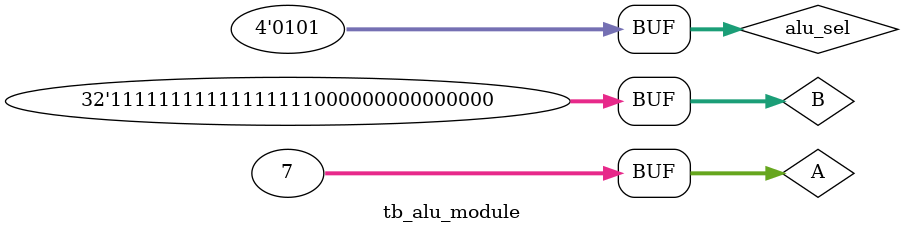
<source format=v>
`timescale 1ns / 1ps


module tb_alu_module;

	// Inputs
	reg [31:0] A;
	reg [31:0] B;
	reg [3:0] alu_sel;

	// Outputs
	wire zero;
	wire [31:0] alu_res;

	// Instantiate the Unit Under Test (UUT)
	alu_module uut (
		.A(A), 
		.B(B), 
		.alu_sel(alu_sel), 
		.zero(zero), 
		.alu_res(alu_res)
	);

	initial begin
		// Initialize Inputs
		A = 0;
		B = 0;
		alu_sel = 0;

		// Wait 100 ns for global reset to finish
		#100;
		A = 5;
		B = 5; 
		#10;
		A = 10; 
		B = 10;
		alu_sel = 2;
		#10;
		A = 20;
		B = 37;
		#10;
		alu_sel = 0;
		#10; 
		alu_sel = 1;
		#10;
		B = 15;
		alu_sel = 6;
		#10;
		A = 7;
		B = 7;
		#10;
		alu_sel = 3;
		#10; 
		alu_sel = 4;
		#10;
		alu_sel = 5;
		B = 32'h0xFFFF8000;
		// Add stimulus here

	end
      
endmodule


</source>
